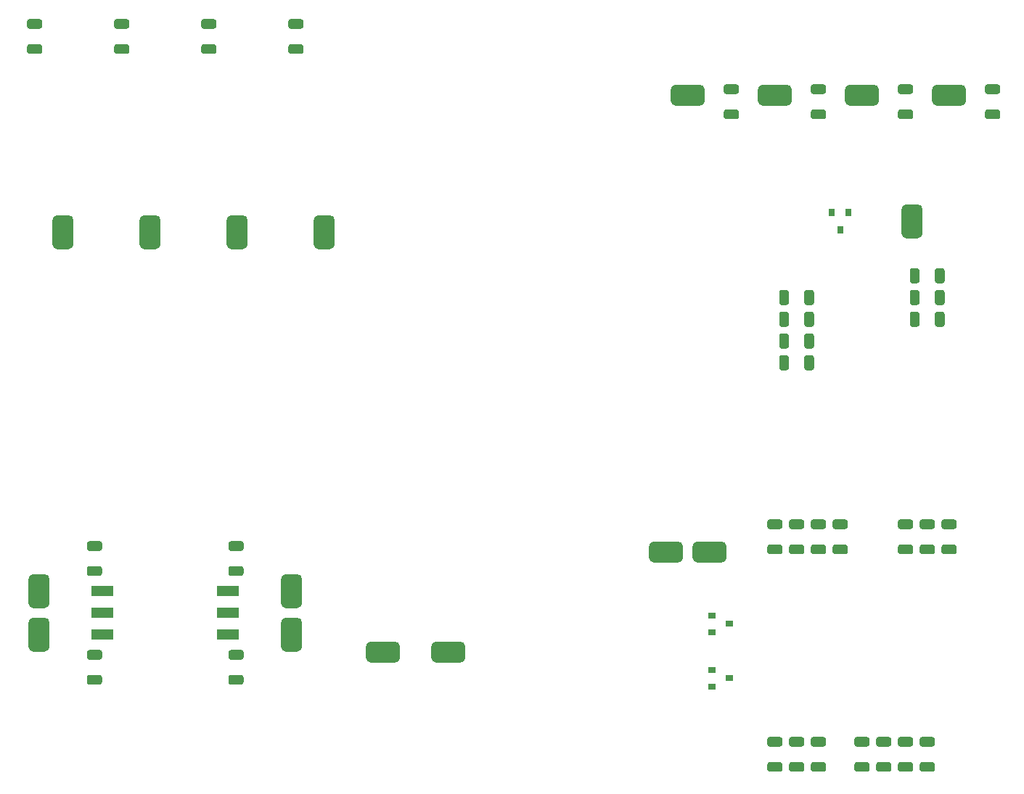
<source format=gbr>
%TF.GenerationSoftware,KiCad,Pcbnew,(5.1.10)-1*%
%TF.CreationDate,2022-03-27T12:35:49-04:00*%
%TF.ProjectId,M5TC-2022-U4BN,4d355443-2d32-4303-9232-2d5534424e2e,rev?*%
%TF.SameCoordinates,Original*%
%TF.FileFunction,Paste,Top*%
%TF.FilePolarity,Positive*%
%FSLAX46Y46*%
G04 Gerber Fmt 4.6, Leading zero omitted, Abs format (unit mm)*
G04 Created by KiCad (PCBNEW (5.1.10)-1) date 2022-03-27 12:35:49*
%MOMM*%
%LPD*%
G01*
G04 APERTURE LIST*
%ADD10R,2.600000X1.200000*%
%ADD11R,0.800000X0.900000*%
%ADD12R,0.900000X0.800000*%
G04 APERTURE END LIST*
%TO.C,R1*%
G36*
G01*
X160645001Y-126100000D02*
X159394999Y-126100000D01*
G75*
G02*
X159145000Y-125850001I0J249999D01*
G01*
X159145000Y-125224999D01*
G75*
G02*
X159394999Y-124975000I249999J0D01*
G01*
X160645001Y-124975000D01*
G75*
G02*
X160895000Y-125224999I0J-249999D01*
G01*
X160895000Y-125850001D01*
G75*
G02*
X160645001Y-126100000I-249999J0D01*
G01*
G37*
G36*
G01*
X160645001Y-129025000D02*
X159394999Y-129025000D01*
G75*
G02*
X159145000Y-128775001I0J249999D01*
G01*
X159145000Y-128149999D01*
G75*
G02*
X159394999Y-127900000I249999J0D01*
G01*
X160645001Y-127900000D01*
G75*
G02*
X160895000Y-128149999I0J-249999D01*
G01*
X160895000Y-128775001D01*
G75*
G02*
X160645001Y-129025000I-249999J0D01*
G01*
G37*
%TD*%
%TO.C,R2*%
G36*
G01*
X170805001Y-129025000D02*
X169554999Y-129025000D01*
G75*
G02*
X169305000Y-128775001I0J249999D01*
G01*
X169305000Y-128149999D01*
G75*
G02*
X169554999Y-127900000I249999J0D01*
G01*
X170805001Y-127900000D01*
G75*
G02*
X171055000Y-128149999I0J-249999D01*
G01*
X171055000Y-128775001D01*
G75*
G02*
X170805001Y-129025000I-249999J0D01*
G01*
G37*
G36*
G01*
X170805001Y-126100000D02*
X169554999Y-126100000D01*
G75*
G02*
X169305000Y-125850001I0J249999D01*
G01*
X169305000Y-125224999D01*
G75*
G02*
X169554999Y-124975000I249999J0D01*
G01*
X170805001Y-124975000D01*
G75*
G02*
X171055000Y-125224999I0J-249999D01*
G01*
X171055000Y-125850001D01*
G75*
G02*
X170805001Y-126100000I-249999J0D01*
G01*
G37*
%TD*%
%TO.C,R3*%
G36*
G01*
X180965001Y-126100000D02*
X179714999Y-126100000D01*
G75*
G02*
X179465000Y-125850001I0J249999D01*
G01*
X179465000Y-125224999D01*
G75*
G02*
X179714999Y-124975000I249999J0D01*
G01*
X180965001Y-124975000D01*
G75*
G02*
X181215000Y-125224999I0J-249999D01*
G01*
X181215000Y-125850001D01*
G75*
G02*
X180965001Y-126100000I-249999J0D01*
G01*
G37*
G36*
G01*
X180965001Y-129025000D02*
X179714999Y-129025000D01*
G75*
G02*
X179465000Y-128775001I0J249999D01*
G01*
X179465000Y-128149999D01*
G75*
G02*
X179714999Y-127900000I249999J0D01*
G01*
X180965001Y-127900000D01*
G75*
G02*
X181215000Y-128149999I0J-249999D01*
G01*
X181215000Y-128775001D01*
G75*
G02*
X180965001Y-129025000I-249999J0D01*
G01*
G37*
%TD*%
%TO.C,R4*%
G36*
G01*
X191125001Y-129025000D02*
X189874999Y-129025000D01*
G75*
G02*
X189625000Y-128775001I0J249999D01*
G01*
X189625000Y-128149999D01*
G75*
G02*
X189874999Y-127900000I249999J0D01*
G01*
X191125001Y-127900000D01*
G75*
G02*
X191375000Y-128149999I0J-249999D01*
G01*
X191375000Y-128775001D01*
G75*
G02*
X191125001Y-129025000I-249999J0D01*
G01*
G37*
G36*
G01*
X191125001Y-126100000D02*
X189874999Y-126100000D01*
G75*
G02*
X189625000Y-125850001I0J249999D01*
G01*
X189625000Y-125224999D01*
G75*
G02*
X189874999Y-124975000I249999J0D01*
G01*
X191125001Y-124975000D01*
G75*
G02*
X191375000Y-125224999I0J-249999D01*
G01*
X191375000Y-125850001D01*
G75*
G02*
X191125001Y-126100000I-249999J0D01*
G01*
G37*
%TD*%
%TO.C,R5*%
G36*
G01*
X271154999Y-135520000D02*
X272405001Y-135520000D01*
G75*
G02*
X272655000Y-135769999I0J-249999D01*
G01*
X272655000Y-136395001D01*
G75*
G02*
X272405001Y-136645000I-249999J0D01*
G01*
X271154999Y-136645000D01*
G75*
G02*
X270905000Y-136395001I0J249999D01*
G01*
X270905000Y-135769999D01*
G75*
G02*
X271154999Y-135520000I249999J0D01*
G01*
G37*
G36*
G01*
X271154999Y-132595000D02*
X272405001Y-132595000D01*
G75*
G02*
X272655000Y-132844999I0J-249999D01*
G01*
X272655000Y-133470001D01*
G75*
G02*
X272405001Y-133720000I-249999J0D01*
G01*
X271154999Y-133720000D01*
G75*
G02*
X270905000Y-133470001I0J249999D01*
G01*
X270905000Y-132844999D01*
G75*
G02*
X271154999Y-132595000I249999J0D01*
G01*
G37*
%TD*%
%TO.C,R6*%
G36*
G01*
X260994999Y-132595000D02*
X262245001Y-132595000D01*
G75*
G02*
X262495000Y-132844999I0J-249999D01*
G01*
X262495000Y-133470001D01*
G75*
G02*
X262245001Y-133720000I-249999J0D01*
G01*
X260994999Y-133720000D01*
G75*
G02*
X260745000Y-133470001I0J249999D01*
G01*
X260745000Y-132844999D01*
G75*
G02*
X260994999Y-132595000I249999J0D01*
G01*
G37*
G36*
G01*
X260994999Y-135520000D02*
X262245001Y-135520000D01*
G75*
G02*
X262495000Y-135769999I0J-249999D01*
G01*
X262495000Y-136395001D01*
G75*
G02*
X262245001Y-136645000I-249999J0D01*
G01*
X260994999Y-136645000D01*
G75*
G02*
X260745000Y-136395001I0J249999D01*
G01*
X260745000Y-135769999D01*
G75*
G02*
X260994999Y-135520000I249999J0D01*
G01*
G37*
%TD*%
%TO.C,R7*%
G36*
G01*
X250834999Y-132595000D02*
X252085001Y-132595000D01*
G75*
G02*
X252335000Y-132844999I0J-249999D01*
G01*
X252335000Y-133470001D01*
G75*
G02*
X252085001Y-133720000I-249999J0D01*
G01*
X250834999Y-133720000D01*
G75*
G02*
X250585000Y-133470001I0J249999D01*
G01*
X250585000Y-132844999D01*
G75*
G02*
X250834999Y-132595000I249999J0D01*
G01*
G37*
G36*
G01*
X250834999Y-135520000D02*
X252085001Y-135520000D01*
G75*
G02*
X252335000Y-135769999I0J-249999D01*
G01*
X252335000Y-136395001D01*
G75*
G02*
X252085001Y-136645000I-249999J0D01*
G01*
X250834999Y-136645000D01*
G75*
G02*
X250585000Y-136395001I0J249999D01*
G01*
X250585000Y-135769999D01*
G75*
G02*
X250834999Y-135520000I249999J0D01*
G01*
G37*
%TD*%
%TO.C,R8*%
G36*
G01*
X240674999Y-135520000D02*
X241925001Y-135520000D01*
G75*
G02*
X242175000Y-135769999I0J-249999D01*
G01*
X242175000Y-136395001D01*
G75*
G02*
X241925001Y-136645000I-249999J0D01*
G01*
X240674999Y-136645000D01*
G75*
G02*
X240425000Y-136395001I0J249999D01*
G01*
X240425000Y-135769999D01*
G75*
G02*
X240674999Y-135520000I249999J0D01*
G01*
G37*
G36*
G01*
X240674999Y-132595000D02*
X241925001Y-132595000D01*
G75*
G02*
X242175000Y-132844999I0J-249999D01*
G01*
X242175000Y-133470001D01*
G75*
G02*
X241925001Y-133720000I-249999J0D01*
G01*
X240674999Y-133720000D01*
G75*
G02*
X240425000Y-133470001I0J249999D01*
G01*
X240425000Y-132844999D01*
G75*
G02*
X240674999Y-132595000I249999J0D01*
G01*
G37*
%TD*%
%TO.C,R9*%
G36*
G01*
X184140001Y-199760000D02*
X182889999Y-199760000D01*
G75*
G02*
X182640000Y-199510001I0J249999D01*
G01*
X182640000Y-198884999D01*
G75*
G02*
X182889999Y-198635000I249999J0D01*
G01*
X184140001Y-198635000D01*
G75*
G02*
X184390000Y-198884999I0J-249999D01*
G01*
X184390000Y-199510001D01*
G75*
G02*
X184140001Y-199760000I-249999J0D01*
G01*
G37*
G36*
G01*
X184140001Y-202685000D02*
X182889999Y-202685000D01*
G75*
G02*
X182640000Y-202435001I0J249999D01*
G01*
X182640000Y-201809999D01*
G75*
G02*
X182889999Y-201560000I249999J0D01*
G01*
X184140001Y-201560000D01*
G75*
G02*
X184390000Y-201809999I0J-249999D01*
G01*
X184390000Y-202435001D01*
G75*
G02*
X184140001Y-202685000I-249999J0D01*
G01*
G37*
%TD*%
%TO.C,R10*%
G36*
G01*
X166379999Y-185935000D02*
X167630001Y-185935000D01*
G75*
G02*
X167880000Y-186184999I0J-249999D01*
G01*
X167880000Y-186810001D01*
G75*
G02*
X167630001Y-187060000I-249999J0D01*
G01*
X166379999Y-187060000D01*
G75*
G02*
X166130000Y-186810001I0J249999D01*
G01*
X166130000Y-186184999D01*
G75*
G02*
X166379999Y-185935000I249999J0D01*
G01*
G37*
G36*
G01*
X166379999Y-188860000D02*
X167630001Y-188860000D01*
G75*
G02*
X167880000Y-189109999I0J-249999D01*
G01*
X167880000Y-189735001D01*
G75*
G02*
X167630001Y-189985000I-249999J0D01*
G01*
X166379999Y-189985000D01*
G75*
G02*
X166130000Y-189735001I0J249999D01*
G01*
X166130000Y-189109999D01*
G75*
G02*
X166379999Y-188860000I249999J0D01*
G01*
G37*
%TD*%
%TO.C,R11*%
G36*
G01*
X184140001Y-187060000D02*
X182889999Y-187060000D01*
G75*
G02*
X182640000Y-186810001I0J249999D01*
G01*
X182640000Y-186184999D01*
G75*
G02*
X182889999Y-185935000I249999J0D01*
G01*
X184140001Y-185935000D01*
G75*
G02*
X184390000Y-186184999I0J-249999D01*
G01*
X184390000Y-186810001D01*
G75*
G02*
X184140001Y-187060000I-249999J0D01*
G01*
G37*
G36*
G01*
X184140001Y-189985000D02*
X182889999Y-189985000D01*
G75*
G02*
X182640000Y-189735001I0J249999D01*
G01*
X182640000Y-189109999D01*
G75*
G02*
X182889999Y-188860000I249999J0D01*
G01*
X184140001Y-188860000D01*
G75*
G02*
X184390000Y-189109999I0J-249999D01*
G01*
X184390000Y-189735001D01*
G75*
G02*
X184140001Y-189985000I-249999J0D01*
G01*
G37*
%TD*%
%TO.C,R12*%
G36*
G01*
X167630001Y-202685000D02*
X166379999Y-202685000D01*
G75*
G02*
X166130000Y-202435001I0J249999D01*
G01*
X166130000Y-201809999D01*
G75*
G02*
X166379999Y-201560000I249999J0D01*
G01*
X167630001Y-201560000D01*
G75*
G02*
X167880000Y-201809999I0J-249999D01*
G01*
X167880000Y-202435001D01*
G75*
G02*
X167630001Y-202685000I-249999J0D01*
G01*
G37*
G36*
G01*
X167630001Y-199760000D02*
X166379999Y-199760000D01*
G75*
G02*
X166130000Y-199510001I0J249999D01*
G01*
X166130000Y-198884999D01*
G75*
G02*
X166379999Y-198635000I249999J0D01*
G01*
X167630001Y-198635000D01*
G75*
G02*
X167880000Y-198884999I0J-249999D01*
G01*
X167880000Y-199510001D01*
G75*
G02*
X167630001Y-199760000I-249999J0D01*
G01*
G37*
%TD*%
D10*
%TO.C,SW5*%
X167960000Y-196850000D03*
X182560000Y-196850000D03*
X167960000Y-194310000D03*
X182560000Y-194310000D03*
X167960000Y-191770000D03*
X182560000Y-191770000D03*
%TD*%
D11*
%TO.C,Q1*%
X254950000Y-147590000D03*
X253050000Y-147590000D03*
X254000000Y-149590000D03*
%TD*%
D12*
%TO.C,Q2*%
X241030000Y-195580000D03*
X239030000Y-196530000D03*
X239030000Y-194630000D03*
%TD*%
%TO.C,Q3*%
X239030000Y-200980000D03*
X239030000Y-202880000D03*
X241030000Y-201930000D03*
%TD*%
%TO.C,R13*%
G36*
G01*
X262135000Y-155565001D02*
X262135000Y-154314999D01*
G75*
G02*
X262384999Y-154065000I249999J0D01*
G01*
X263010001Y-154065000D01*
G75*
G02*
X263260000Y-154314999I0J-249999D01*
G01*
X263260000Y-155565001D01*
G75*
G02*
X263010001Y-155815000I-249999J0D01*
G01*
X262384999Y-155815000D01*
G75*
G02*
X262135000Y-155565001I0J249999D01*
G01*
G37*
G36*
G01*
X265060000Y-155565001D02*
X265060000Y-154314999D01*
G75*
G02*
X265309999Y-154065000I249999J0D01*
G01*
X265935001Y-154065000D01*
G75*
G02*
X266185000Y-154314999I0J-249999D01*
G01*
X266185000Y-155565001D01*
G75*
G02*
X265935001Y-155815000I-249999J0D01*
G01*
X265309999Y-155815000D01*
G75*
G02*
X265060000Y-155565001I0J249999D01*
G01*
G37*
%TD*%
%TO.C,R14*%
G36*
G01*
X265060000Y-158105001D02*
X265060000Y-156854999D01*
G75*
G02*
X265309999Y-156605000I249999J0D01*
G01*
X265935001Y-156605000D01*
G75*
G02*
X266185000Y-156854999I0J-249999D01*
G01*
X266185000Y-158105001D01*
G75*
G02*
X265935001Y-158355000I-249999J0D01*
G01*
X265309999Y-158355000D01*
G75*
G02*
X265060000Y-158105001I0J249999D01*
G01*
G37*
G36*
G01*
X262135000Y-158105001D02*
X262135000Y-156854999D01*
G75*
G02*
X262384999Y-156605000I249999J0D01*
G01*
X263010001Y-156605000D01*
G75*
G02*
X263260000Y-156854999I0J-249999D01*
G01*
X263260000Y-158105001D01*
G75*
G02*
X263010001Y-158355000I-249999J0D01*
G01*
X262384999Y-158355000D01*
G75*
G02*
X262135000Y-158105001I0J249999D01*
G01*
G37*
%TD*%
%TO.C,R15*%
G36*
G01*
X265060000Y-160645001D02*
X265060000Y-159394999D01*
G75*
G02*
X265309999Y-159145000I249999J0D01*
G01*
X265935001Y-159145000D01*
G75*
G02*
X266185000Y-159394999I0J-249999D01*
G01*
X266185000Y-160645001D01*
G75*
G02*
X265935001Y-160895000I-249999J0D01*
G01*
X265309999Y-160895000D01*
G75*
G02*
X265060000Y-160645001I0J249999D01*
G01*
G37*
G36*
G01*
X262135000Y-160645001D02*
X262135000Y-159394999D01*
G75*
G02*
X262384999Y-159145000I249999J0D01*
G01*
X263010001Y-159145000D01*
G75*
G02*
X263260000Y-159394999I0J-249999D01*
G01*
X263260000Y-160645001D01*
G75*
G02*
X263010001Y-160895000I-249999J0D01*
G01*
X262384999Y-160895000D01*
G75*
G02*
X262135000Y-160645001I0J249999D01*
G01*
G37*
%TD*%
%TO.C,R16*%
G36*
G01*
X250945000Y-164474999D02*
X250945000Y-165725001D01*
G75*
G02*
X250695001Y-165975000I-249999J0D01*
G01*
X250069999Y-165975000D01*
G75*
G02*
X249820000Y-165725001I0J249999D01*
G01*
X249820000Y-164474999D01*
G75*
G02*
X250069999Y-164225000I249999J0D01*
G01*
X250695001Y-164225000D01*
G75*
G02*
X250945000Y-164474999I0J-249999D01*
G01*
G37*
G36*
G01*
X248020000Y-164474999D02*
X248020000Y-165725001D01*
G75*
G02*
X247770001Y-165975000I-249999J0D01*
G01*
X247144999Y-165975000D01*
G75*
G02*
X246895000Y-165725001I0J249999D01*
G01*
X246895000Y-164474999D01*
G75*
G02*
X247144999Y-164225000I249999J0D01*
G01*
X247770001Y-164225000D01*
G75*
G02*
X248020000Y-164474999I0J-249999D01*
G01*
G37*
%TD*%
%TO.C,R17*%
G36*
G01*
X248020000Y-161934999D02*
X248020000Y-163185001D01*
G75*
G02*
X247770001Y-163435000I-249999J0D01*
G01*
X247144999Y-163435000D01*
G75*
G02*
X246895000Y-163185001I0J249999D01*
G01*
X246895000Y-161934999D01*
G75*
G02*
X247144999Y-161685000I249999J0D01*
G01*
X247770001Y-161685000D01*
G75*
G02*
X248020000Y-161934999I0J-249999D01*
G01*
G37*
G36*
G01*
X250945000Y-161934999D02*
X250945000Y-163185001D01*
G75*
G02*
X250695001Y-163435000I-249999J0D01*
G01*
X250069999Y-163435000D01*
G75*
G02*
X249820000Y-163185001I0J249999D01*
G01*
X249820000Y-161934999D01*
G75*
G02*
X250069999Y-161685000I249999J0D01*
G01*
X250695001Y-161685000D01*
G75*
G02*
X250945000Y-161934999I0J-249999D01*
G01*
G37*
%TD*%
%TO.C,R18*%
G36*
G01*
X250945000Y-156854999D02*
X250945000Y-158105001D01*
G75*
G02*
X250695001Y-158355000I-249999J0D01*
G01*
X250069999Y-158355000D01*
G75*
G02*
X249820000Y-158105001I0J249999D01*
G01*
X249820000Y-156854999D01*
G75*
G02*
X250069999Y-156605000I249999J0D01*
G01*
X250695001Y-156605000D01*
G75*
G02*
X250945000Y-156854999I0J-249999D01*
G01*
G37*
G36*
G01*
X248020000Y-156854999D02*
X248020000Y-158105001D01*
G75*
G02*
X247770001Y-158355000I-249999J0D01*
G01*
X247144999Y-158355000D01*
G75*
G02*
X246895000Y-158105001I0J249999D01*
G01*
X246895000Y-156854999D01*
G75*
G02*
X247144999Y-156605000I249999J0D01*
G01*
X247770001Y-156605000D01*
G75*
G02*
X248020000Y-156854999I0J-249999D01*
G01*
G37*
%TD*%
%TO.C,R19*%
G36*
G01*
X248020000Y-159394999D02*
X248020000Y-160645001D01*
G75*
G02*
X247770001Y-160895000I-249999J0D01*
G01*
X247144999Y-160895000D01*
G75*
G02*
X246895000Y-160645001I0J249999D01*
G01*
X246895000Y-159394999D01*
G75*
G02*
X247144999Y-159145000I249999J0D01*
G01*
X247770001Y-159145000D01*
G75*
G02*
X248020000Y-159394999I0J-249999D01*
G01*
G37*
G36*
G01*
X250945000Y-159394999D02*
X250945000Y-160645001D01*
G75*
G02*
X250695001Y-160895000I-249999J0D01*
G01*
X250069999Y-160895000D01*
G75*
G02*
X249820000Y-160645001I0J249999D01*
G01*
X249820000Y-159394999D01*
G75*
G02*
X250069999Y-159145000I249999J0D01*
G01*
X250695001Y-159145000D01*
G75*
G02*
X250945000Y-159394999I0J-249999D01*
G01*
G37*
%TD*%
%TO.C,R20*%
G36*
G01*
X252085001Y-187445000D02*
X250834999Y-187445000D01*
G75*
G02*
X250585000Y-187195001I0J249999D01*
G01*
X250585000Y-186569999D01*
G75*
G02*
X250834999Y-186320000I249999J0D01*
G01*
X252085001Y-186320000D01*
G75*
G02*
X252335000Y-186569999I0J-249999D01*
G01*
X252335000Y-187195001D01*
G75*
G02*
X252085001Y-187445000I-249999J0D01*
G01*
G37*
G36*
G01*
X252085001Y-184520000D02*
X250834999Y-184520000D01*
G75*
G02*
X250585000Y-184270001I0J249999D01*
G01*
X250585000Y-183644999D01*
G75*
G02*
X250834999Y-183395000I249999J0D01*
G01*
X252085001Y-183395000D01*
G75*
G02*
X252335000Y-183644999I0J-249999D01*
G01*
X252335000Y-184270001D01*
G75*
G02*
X252085001Y-184520000I-249999J0D01*
G01*
G37*
%TD*%
%TO.C,R21*%
G36*
G01*
X254625001Y-184520000D02*
X253374999Y-184520000D01*
G75*
G02*
X253125000Y-184270001I0J249999D01*
G01*
X253125000Y-183644999D01*
G75*
G02*
X253374999Y-183395000I249999J0D01*
G01*
X254625001Y-183395000D01*
G75*
G02*
X254875000Y-183644999I0J-249999D01*
G01*
X254875000Y-184270001D01*
G75*
G02*
X254625001Y-184520000I-249999J0D01*
G01*
G37*
G36*
G01*
X254625001Y-187445000D02*
X253374999Y-187445000D01*
G75*
G02*
X253125000Y-187195001I0J249999D01*
G01*
X253125000Y-186569999D01*
G75*
G02*
X253374999Y-186320000I249999J0D01*
G01*
X254625001Y-186320000D01*
G75*
G02*
X254875000Y-186569999I0J-249999D01*
G01*
X254875000Y-187195001D01*
G75*
G02*
X254625001Y-187445000I-249999J0D01*
G01*
G37*
%TD*%
%TO.C,R22*%
G36*
G01*
X250834999Y-208795000D02*
X252085001Y-208795000D01*
G75*
G02*
X252335000Y-209044999I0J-249999D01*
G01*
X252335000Y-209670001D01*
G75*
G02*
X252085001Y-209920000I-249999J0D01*
G01*
X250834999Y-209920000D01*
G75*
G02*
X250585000Y-209670001I0J249999D01*
G01*
X250585000Y-209044999D01*
G75*
G02*
X250834999Y-208795000I249999J0D01*
G01*
G37*
G36*
G01*
X250834999Y-211720000D02*
X252085001Y-211720000D01*
G75*
G02*
X252335000Y-211969999I0J-249999D01*
G01*
X252335000Y-212595001D01*
G75*
G02*
X252085001Y-212845000I-249999J0D01*
G01*
X250834999Y-212845000D01*
G75*
G02*
X250585000Y-212595001I0J249999D01*
G01*
X250585000Y-211969999D01*
G75*
G02*
X250834999Y-211720000I249999J0D01*
G01*
G37*
%TD*%
%TO.C,R23*%
G36*
G01*
X248294999Y-211720000D02*
X249545001Y-211720000D01*
G75*
G02*
X249795000Y-211969999I0J-249999D01*
G01*
X249795000Y-212595001D01*
G75*
G02*
X249545001Y-212845000I-249999J0D01*
G01*
X248294999Y-212845000D01*
G75*
G02*
X248045000Y-212595001I0J249999D01*
G01*
X248045000Y-211969999D01*
G75*
G02*
X248294999Y-211720000I249999J0D01*
G01*
G37*
G36*
G01*
X248294999Y-208795000D02*
X249545001Y-208795000D01*
G75*
G02*
X249795000Y-209044999I0J-249999D01*
G01*
X249795000Y-209670001D01*
G75*
G02*
X249545001Y-209920000I-249999J0D01*
G01*
X248294999Y-209920000D01*
G75*
G02*
X248045000Y-209670001I0J249999D01*
G01*
X248045000Y-209044999D01*
G75*
G02*
X248294999Y-208795000I249999J0D01*
G01*
G37*
%TD*%
%TO.C,R24*%
G36*
G01*
X245754999Y-208795000D02*
X247005001Y-208795000D01*
G75*
G02*
X247255000Y-209044999I0J-249999D01*
G01*
X247255000Y-209670001D01*
G75*
G02*
X247005001Y-209920000I-249999J0D01*
G01*
X245754999Y-209920000D01*
G75*
G02*
X245505000Y-209670001I0J249999D01*
G01*
X245505000Y-209044999D01*
G75*
G02*
X245754999Y-208795000I249999J0D01*
G01*
G37*
G36*
G01*
X245754999Y-211720000D02*
X247005001Y-211720000D01*
G75*
G02*
X247255000Y-211969999I0J-249999D01*
G01*
X247255000Y-212595001D01*
G75*
G02*
X247005001Y-212845000I-249999J0D01*
G01*
X245754999Y-212845000D01*
G75*
G02*
X245505000Y-212595001I0J249999D01*
G01*
X245505000Y-211969999D01*
G75*
G02*
X245754999Y-211720000I249999J0D01*
G01*
G37*
%TD*%
%TO.C,R25*%
G36*
G01*
X247005001Y-184520000D02*
X245754999Y-184520000D01*
G75*
G02*
X245505000Y-184270001I0J249999D01*
G01*
X245505000Y-183644999D01*
G75*
G02*
X245754999Y-183395000I249999J0D01*
G01*
X247005001Y-183395000D01*
G75*
G02*
X247255000Y-183644999I0J-249999D01*
G01*
X247255000Y-184270001D01*
G75*
G02*
X247005001Y-184520000I-249999J0D01*
G01*
G37*
G36*
G01*
X247005001Y-187445000D02*
X245754999Y-187445000D01*
G75*
G02*
X245505000Y-187195001I0J249999D01*
G01*
X245505000Y-186569999D01*
G75*
G02*
X245754999Y-186320000I249999J0D01*
G01*
X247005001Y-186320000D01*
G75*
G02*
X247255000Y-186569999I0J-249999D01*
G01*
X247255000Y-187195001D01*
G75*
G02*
X247005001Y-187445000I-249999J0D01*
G01*
G37*
%TD*%
%TO.C,R26*%
G36*
G01*
X249545001Y-187445000D02*
X248294999Y-187445000D01*
G75*
G02*
X248045000Y-187195001I0J249999D01*
G01*
X248045000Y-186569999D01*
G75*
G02*
X248294999Y-186320000I249999J0D01*
G01*
X249545001Y-186320000D01*
G75*
G02*
X249795000Y-186569999I0J-249999D01*
G01*
X249795000Y-187195001D01*
G75*
G02*
X249545001Y-187445000I-249999J0D01*
G01*
G37*
G36*
G01*
X249545001Y-184520000D02*
X248294999Y-184520000D01*
G75*
G02*
X248045000Y-184270001I0J249999D01*
G01*
X248045000Y-183644999D01*
G75*
G02*
X248294999Y-183395000I249999J0D01*
G01*
X249545001Y-183395000D01*
G75*
G02*
X249795000Y-183644999I0J-249999D01*
G01*
X249795000Y-184270001D01*
G75*
G02*
X249545001Y-184520000I-249999J0D01*
G01*
G37*
%TD*%
%TO.C,R27*%
G36*
G01*
X263534999Y-186320000D02*
X264785001Y-186320000D01*
G75*
G02*
X265035000Y-186569999I0J-249999D01*
G01*
X265035000Y-187195001D01*
G75*
G02*
X264785001Y-187445000I-249999J0D01*
G01*
X263534999Y-187445000D01*
G75*
G02*
X263285000Y-187195001I0J249999D01*
G01*
X263285000Y-186569999D01*
G75*
G02*
X263534999Y-186320000I249999J0D01*
G01*
G37*
G36*
G01*
X263534999Y-183395000D02*
X264785001Y-183395000D01*
G75*
G02*
X265035000Y-183644999I0J-249999D01*
G01*
X265035000Y-184270001D01*
G75*
G02*
X264785001Y-184520000I-249999J0D01*
G01*
X263534999Y-184520000D01*
G75*
G02*
X263285000Y-184270001I0J249999D01*
G01*
X263285000Y-183644999D01*
G75*
G02*
X263534999Y-183395000I249999J0D01*
G01*
G37*
%TD*%
%TO.C,R28*%
G36*
G01*
X266074999Y-183395000D02*
X267325001Y-183395000D01*
G75*
G02*
X267575000Y-183644999I0J-249999D01*
G01*
X267575000Y-184270001D01*
G75*
G02*
X267325001Y-184520000I-249999J0D01*
G01*
X266074999Y-184520000D01*
G75*
G02*
X265825000Y-184270001I0J249999D01*
G01*
X265825000Y-183644999D01*
G75*
G02*
X266074999Y-183395000I249999J0D01*
G01*
G37*
G36*
G01*
X266074999Y-186320000D02*
X267325001Y-186320000D01*
G75*
G02*
X267575000Y-186569999I0J-249999D01*
G01*
X267575000Y-187195001D01*
G75*
G02*
X267325001Y-187445000I-249999J0D01*
G01*
X266074999Y-187445000D01*
G75*
G02*
X265825000Y-187195001I0J249999D01*
G01*
X265825000Y-186569999D01*
G75*
G02*
X266074999Y-186320000I249999J0D01*
G01*
G37*
%TD*%
%TO.C,R29*%
G36*
G01*
X264785001Y-209920000D02*
X263534999Y-209920000D01*
G75*
G02*
X263285000Y-209670001I0J249999D01*
G01*
X263285000Y-209044999D01*
G75*
G02*
X263534999Y-208795000I249999J0D01*
G01*
X264785001Y-208795000D01*
G75*
G02*
X265035000Y-209044999I0J-249999D01*
G01*
X265035000Y-209670001D01*
G75*
G02*
X264785001Y-209920000I-249999J0D01*
G01*
G37*
G36*
G01*
X264785001Y-212845000D02*
X263534999Y-212845000D01*
G75*
G02*
X263285000Y-212595001I0J249999D01*
G01*
X263285000Y-211969999D01*
G75*
G02*
X263534999Y-211720000I249999J0D01*
G01*
X264785001Y-211720000D01*
G75*
G02*
X265035000Y-211969999I0J-249999D01*
G01*
X265035000Y-212595001D01*
G75*
G02*
X264785001Y-212845000I-249999J0D01*
G01*
G37*
%TD*%
%TO.C,R30*%
G36*
G01*
X259705001Y-212845000D02*
X258454999Y-212845000D01*
G75*
G02*
X258205000Y-212595001I0J249999D01*
G01*
X258205000Y-211969999D01*
G75*
G02*
X258454999Y-211720000I249999J0D01*
G01*
X259705001Y-211720000D01*
G75*
G02*
X259955000Y-211969999I0J-249999D01*
G01*
X259955000Y-212595001D01*
G75*
G02*
X259705001Y-212845000I-249999J0D01*
G01*
G37*
G36*
G01*
X259705001Y-209920000D02*
X258454999Y-209920000D01*
G75*
G02*
X258205000Y-209670001I0J249999D01*
G01*
X258205000Y-209044999D01*
G75*
G02*
X258454999Y-208795000I249999J0D01*
G01*
X259705001Y-208795000D01*
G75*
G02*
X259955000Y-209044999I0J-249999D01*
G01*
X259955000Y-209670001D01*
G75*
G02*
X259705001Y-209920000I-249999J0D01*
G01*
G37*
%TD*%
%TO.C,R31*%
G36*
G01*
X257165001Y-209920000D02*
X255914999Y-209920000D01*
G75*
G02*
X255665000Y-209670001I0J249999D01*
G01*
X255665000Y-209044999D01*
G75*
G02*
X255914999Y-208795000I249999J0D01*
G01*
X257165001Y-208795000D01*
G75*
G02*
X257415000Y-209044999I0J-249999D01*
G01*
X257415000Y-209670001D01*
G75*
G02*
X257165001Y-209920000I-249999J0D01*
G01*
G37*
G36*
G01*
X257165001Y-212845000D02*
X255914999Y-212845000D01*
G75*
G02*
X255665000Y-212595001I0J249999D01*
G01*
X255665000Y-211969999D01*
G75*
G02*
X255914999Y-211720000I249999J0D01*
G01*
X257165001Y-211720000D01*
G75*
G02*
X257415000Y-211969999I0J-249999D01*
G01*
X257415000Y-212595001D01*
G75*
G02*
X257165001Y-212845000I-249999J0D01*
G01*
G37*
%TD*%
%TO.C,R32*%
G36*
G01*
X260994999Y-183395000D02*
X262245001Y-183395000D01*
G75*
G02*
X262495000Y-183644999I0J-249999D01*
G01*
X262495000Y-184270001D01*
G75*
G02*
X262245001Y-184520000I-249999J0D01*
G01*
X260994999Y-184520000D01*
G75*
G02*
X260745000Y-184270001I0J249999D01*
G01*
X260745000Y-183644999D01*
G75*
G02*
X260994999Y-183395000I249999J0D01*
G01*
G37*
G36*
G01*
X260994999Y-186320000D02*
X262245001Y-186320000D01*
G75*
G02*
X262495000Y-186569999I0J-249999D01*
G01*
X262495000Y-187195001D01*
G75*
G02*
X262245001Y-187445000I-249999J0D01*
G01*
X260994999Y-187445000D01*
G75*
G02*
X260745000Y-187195001I0J249999D01*
G01*
X260745000Y-186569999D01*
G75*
G02*
X260994999Y-186320000I249999J0D01*
G01*
G37*
%TD*%
%TO.C,R33*%
G36*
G01*
X262245001Y-212845000D02*
X260994999Y-212845000D01*
G75*
G02*
X260745000Y-212595001I0J249999D01*
G01*
X260745000Y-211969999D01*
G75*
G02*
X260994999Y-211720000I249999J0D01*
G01*
X262245001Y-211720000D01*
G75*
G02*
X262495000Y-211969999I0J-249999D01*
G01*
X262495000Y-212595001D01*
G75*
G02*
X262245001Y-212845000I-249999J0D01*
G01*
G37*
G36*
G01*
X262245001Y-209920000D02*
X260994999Y-209920000D01*
G75*
G02*
X260745000Y-209670001I0J249999D01*
G01*
X260745000Y-209044999D01*
G75*
G02*
X260994999Y-208795000I249999J0D01*
G01*
X262245001Y-208795000D01*
G75*
G02*
X262495000Y-209044999I0J-249999D01*
G01*
X262495000Y-209670001D01*
G75*
G02*
X262245001Y-209920000I-249999J0D01*
G01*
G37*
%TD*%
%TO.C,TP1*%
G36*
G01*
X206905002Y-197632003D02*
X209654998Y-197632003D01*
G75*
G02*
X210279996Y-198257001I0J-624998D01*
G01*
X210279996Y-199506999D01*
G75*
G02*
X209654998Y-200131997I-624998J0D01*
G01*
X206905002Y-200131997D01*
G75*
G02*
X206280004Y-199506999I0J624998D01*
G01*
X206280004Y-198257001D01*
G75*
G02*
X206905002Y-197632003I624998J0D01*
G01*
G37*
%TD*%
%TO.C,TP2*%
G36*
G01*
X199285002Y-197632003D02*
X202034998Y-197632003D01*
G75*
G02*
X202659996Y-198257001I0J-624998D01*
G01*
X202659996Y-199506999D01*
G75*
G02*
X202034998Y-200131997I-624998J0D01*
G01*
X199285002Y-200131997D01*
G75*
G02*
X198660004Y-199506999I0J624998D01*
G01*
X198660004Y-198257001D01*
G75*
G02*
X199285002Y-197632003I624998J0D01*
G01*
G37*
%TD*%
%TO.C,TP3*%
G36*
G01*
X268074998Y-135107997D02*
X265325002Y-135107997D01*
G75*
G02*
X264700004Y-134482999I0J624998D01*
G01*
X264700004Y-133233001D01*
G75*
G02*
X265325002Y-132608003I624998J0D01*
G01*
X268074998Y-132608003D01*
G75*
G02*
X268699996Y-133233001I0J-624998D01*
G01*
X268699996Y-134482999D01*
G75*
G02*
X268074998Y-135107997I-624998J0D01*
G01*
G37*
%TD*%
%TO.C,TP4*%
G36*
G01*
X257914998Y-135107997D02*
X255165002Y-135107997D01*
G75*
G02*
X254540004Y-134482999I0J624998D01*
G01*
X254540004Y-133233001D01*
G75*
G02*
X255165002Y-132608003I624998J0D01*
G01*
X257914998Y-132608003D01*
G75*
G02*
X258539996Y-133233001I0J-624998D01*
G01*
X258539996Y-134482999D01*
G75*
G02*
X257914998Y-135107997I-624998J0D01*
G01*
G37*
%TD*%
%TO.C,TP5*%
G36*
G01*
X247754998Y-135107997D02*
X245005002Y-135107997D01*
G75*
G02*
X244380004Y-134482999I0J624998D01*
G01*
X244380004Y-133233001D01*
G75*
G02*
X245005002Y-132608003I624998J0D01*
G01*
X247754998Y-132608003D01*
G75*
G02*
X248379996Y-133233001I0J-624998D01*
G01*
X248379996Y-134482999D01*
G75*
G02*
X247754998Y-135107997I-624998J0D01*
G01*
G37*
%TD*%
%TO.C,TP6*%
G36*
G01*
X237594998Y-135107997D02*
X234845002Y-135107997D01*
G75*
G02*
X234220004Y-134482999I0J624998D01*
G01*
X234220004Y-133233001D01*
G75*
G02*
X234845002Y-132608003I624998J0D01*
G01*
X237594998Y-132608003D01*
G75*
G02*
X238219996Y-133233001I0J-624998D01*
G01*
X238219996Y-134482999D01*
G75*
G02*
X237594998Y-135107997I-624998J0D01*
G01*
G37*
%TD*%
%TO.C,TP14*%
G36*
G01*
X261132003Y-149964998D02*
X261132003Y-147215002D01*
G75*
G02*
X261757001Y-146590004I624998J0D01*
G01*
X263006999Y-146590004D01*
G75*
G02*
X263631997Y-147215002I0J-624998D01*
G01*
X263631997Y-149964998D01*
G75*
G02*
X263006999Y-150589996I-624998J0D01*
G01*
X261757001Y-150589996D01*
G75*
G02*
X261132003Y-149964998I0J624998D01*
G01*
G37*
%TD*%
%TO.C,TP15*%
G36*
G01*
X235054998Y-188447997D02*
X232305002Y-188447997D01*
G75*
G02*
X231680004Y-187822999I0J624998D01*
G01*
X231680004Y-186573001D01*
G75*
G02*
X232305002Y-185948003I624998J0D01*
G01*
X235054998Y-185948003D01*
G75*
G02*
X235679996Y-186573001I0J-624998D01*
G01*
X235679996Y-187822999D01*
G75*
G02*
X235054998Y-188447997I-624998J0D01*
G01*
G37*
%TD*%
%TO.C,TP16*%
G36*
G01*
X240134998Y-188447997D02*
X237385002Y-188447997D01*
G75*
G02*
X236760004Y-187822999I0J624998D01*
G01*
X236760004Y-186573001D01*
G75*
G02*
X237385002Y-185948003I624998J0D01*
G01*
X240134998Y-185948003D01*
G75*
G02*
X240759996Y-186573001I0J-624998D01*
G01*
X240759996Y-187822999D01*
G75*
G02*
X240134998Y-188447997I-624998J0D01*
G01*
G37*
%TD*%
%TO.C,TP17*%
G36*
G01*
X192552003Y-151234998D02*
X192552003Y-148485002D01*
G75*
G02*
X193177001Y-147860004I624998J0D01*
G01*
X194426999Y-147860004D01*
G75*
G02*
X195051997Y-148485002I0J-624998D01*
G01*
X195051997Y-151234998D01*
G75*
G02*
X194426999Y-151859996I-624998J0D01*
G01*
X193177001Y-151859996D01*
G75*
G02*
X192552003Y-151234998I0J624998D01*
G01*
G37*
%TD*%
%TO.C,TP18*%
G36*
G01*
X182392003Y-151234998D02*
X182392003Y-148485002D01*
G75*
G02*
X183017001Y-147860004I624998J0D01*
G01*
X184266999Y-147860004D01*
G75*
G02*
X184891997Y-148485002I0J-624998D01*
G01*
X184891997Y-151234998D01*
G75*
G02*
X184266999Y-151859996I-624998J0D01*
G01*
X183017001Y-151859996D01*
G75*
G02*
X182392003Y-151234998I0J624998D01*
G01*
G37*
%TD*%
%TO.C,TP19*%
G36*
G01*
X172232003Y-151234998D02*
X172232003Y-148485002D01*
G75*
G02*
X172857001Y-147860004I624998J0D01*
G01*
X174106999Y-147860004D01*
G75*
G02*
X174731997Y-148485002I0J-624998D01*
G01*
X174731997Y-151234998D01*
G75*
G02*
X174106999Y-151859996I-624998J0D01*
G01*
X172857001Y-151859996D01*
G75*
G02*
X172232003Y-151234998I0J624998D01*
G01*
G37*
%TD*%
%TO.C,TP20*%
G36*
G01*
X162072003Y-151234998D02*
X162072003Y-148485002D01*
G75*
G02*
X162697001Y-147860004I624998J0D01*
G01*
X163946999Y-147860004D01*
G75*
G02*
X164571997Y-148485002I0J-624998D01*
G01*
X164571997Y-151234998D01*
G75*
G02*
X163946999Y-151859996I-624998J0D01*
G01*
X162697001Y-151859996D01*
G75*
G02*
X162072003Y-151234998I0J624998D01*
G01*
G37*
%TD*%
%TO.C,TP21*%
G36*
G01*
X188742003Y-198224998D02*
X188742003Y-195475002D01*
G75*
G02*
X189367001Y-194850004I624998J0D01*
G01*
X190616999Y-194850004D01*
G75*
G02*
X191241997Y-195475002I0J-624998D01*
G01*
X191241997Y-198224998D01*
G75*
G02*
X190616999Y-198849996I-624998J0D01*
G01*
X189367001Y-198849996D01*
G75*
G02*
X188742003Y-198224998I0J624998D01*
G01*
G37*
%TD*%
%TO.C,TP22*%
G36*
G01*
X161777997Y-190395002D02*
X161777997Y-193144998D01*
G75*
G02*
X161152999Y-193769996I-624998J0D01*
G01*
X159903001Y-193769996D01*
G75*
G02*
X159278003Y-193144998I0J624998D01*
G01*
X159278003Y-190395002D01*
G75*
G02*
X159903001Y-189770004I624998J0D01*
G01*
X161152999Y-189770004D01*
G75*
G02*
X161777997Y-190395002I0J-624998D01*
G01*
G37*
%TD*%
%TO.C,TP23*%
G36*
G01*
X188742003Y-193144998D02*
X188742003Y-190395002D01*
G75*
G02*
X189367001Y-189770004I624998J0D01*
G01*
X190616999Y-189770004D01*
G75*
G02*
X191241997Y-190395002I0J-624998D01*
G01*
X191241997Y-193144998D01*
G75*
G02*
X190616999Y-193769996I-624998J0D01*
G01*
X189367001Y-193769996D01*
G75*
G02*
X188742003Y-193144998I0J624998D01*
G01*
G37*
%TD*%
%TO.C,TP24*%
G36*
G01*
X161777997Y-195475002D02*
X161777997Y-198224998D01*
G75*
G02*
X161152999Y-198849996I-624998J0D01*
G01*
X159903001Y-198849996D01*
G75*
G02*
X159278003Y-198224998I0J624998D01*
G01*
X159278003Y-195475002D01*
G75*
G02*
X159903001Y-194850004I624998J0D01*
G01*
X161152999Y-194850004D01*
G75*
G02*
X161777997Y-195475002I0J-624998D01*
G01*
G37*
%TD*%
M02*

</source>
